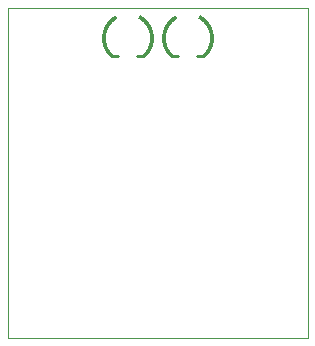
<source format=gbo>
G04 EAGLE Gerber RS-274X export*
G75*
%MOMM*%
%FSLAX34Y34*%
%LPD*%
%INSilk bottom*%
%IPPOS*%
%AMOC8*
5,1,8,0,0,1.08239X$1,22.5*%
G01*
%ADD10C,0.000000*%
%ADD11C,0.025400*%
%ADD12C,0.254000*%


D10*
X0Y0D02*
X0Y279400D01*
X254000Y279400D01*
X254000Y0D01*
X0Y0D01*
D11*
X115438Y237594D02*
X113974Y239350D01*
X113975Y239350D02*
X114322Y239651D01*
X114662Y239960D01*
X114995Y240277D01*
X115320Y240602D01*
X115637Y240934D01*
X115946Y241274D01*
X116247Y241622D01*
X116540Y241976D01*
X116823Y242338D01*
X117098Y242706D01*
X117365Y243081D01*
X117622Y243462D01*
X117870Y243849D01*
X118108Y244241D01*
X118337Y244640D01*
X118557Y245044D01*
X118767Y245452D01*
X118967Y245866D01*
X119157Y246285D01*
X119336Y246708D01*
X119506Y247135D01*
X119665Y247566D01*
X119814Y248001D01*
X119953Y248439D01*
X120081Y248880D01*
X120198Y249325D01*
X120305Y249772D01*
X120401Y250221D01*
X120486Y250673D01*
X120560Y251126D01*
X120624Y251582D01*
X120676Y252038D01*
X120718Y252496D01*
X120748Y252954D01*
X120768Y253414D01*
X120777Y253873D01*
X123062Y253874D01*
X123063Y253873D01*
X123053Y253358D01*
X123032Y252843D01*
X122998Y252329D01*
X122952Y251816D01*
X122893Y251304D01*
X122822Y250794D01*
X122739Y250285D01*
X122644Y249779D01*
X122536Y249275D01*
X122417Y248774D01*
X122286Y248276D01*
X122142Y247781D01*
X121987Y247290D01*
X121820Y246802D01*
X121641Y246319D01*
X121451Y245840D01*
X121250Y245366D01*
X121037Y244897D01*
X120813Y244433D01*
X120578Y243974D01*
X120331Y243522D01*
X120075Y243075D01*
X119807Y242635D01*
X119529Y242201D01*
X119241Y241774D01*
X118942Y241354D01*
X118633Y240942D01*
X118315Y240536D01*
X117987Y240139D01*
X117650Y239750D01*
X117303Y239369D01*
X116947Y238996D01*
X116583Y238632D01*
X116210Y238277D01*
X115828Y237931D01*
X115438Y237594D01*
X115284Y237778D01*
X115670Y238111D01*
X116047Y238453D01*
X116416Y238805D01*
X116776Y239165D01*
X117128Y239533D01*
X117471Y239910D01*
X117804Y240295D01*
X118129Y240688D01*
X118443Y241088D01*
X118748Y241496D01*
X119044Y241911D01*
X119329Y242333D01*
X119604Y242762D01*
X119868Y243198D01*
X120122Y243639D01*
X120365Y244087D01*
X120598Y244540D01*
X120819Y244998D01*
X121030Y245462D01*
X121229Y245931D01*
X121417Y246405D01*
X121594Y246882D01*
X121759Y247364D01*
X121912Y247850D01*
X122054Y248339D01*
X122184Y248832D01*
X122302Y249327D01*
X122408Y249825D01*
X122503Y250326D01*
X122585Y250829D01*
X122655Y251333D01*
X122713Y251839D01*
X122758Y252347D01*
X122792Y252855D01*
X122813Y253364D01*
X122823Y253873D01*
X122583Y253873D01*
X122574Y253370D01*
X122552Y252867D01*
X122519Y252364D01*
X122474Y251863D01*
X122417Y251362D01*
X122347Y250864D01*
X122266Y250367D01*
X122173Y249872D01*
X122068Y249379D01*
X121951Y248890D01*
X121823Y248403D01*
X121683Y247919D01*
X121531Y247439D01*
X121368Y246963D01*
X121193Y246490D01*
X121007Y246022D01*
X120810Y245559D01*
X120602Y245100D01*
X120383Y244647D01*
X120153Y244199D01*
X119913Y243756D01*
X119662Y243320D01*
X119400Y242890D01*
X119128Y242466D01*
X118847Y242048D01*
X118555Y241638D01*
X118253Y241235D01*
X117942Y240839D01*
X117622Y240450D01*
X117292Y240070D01*
X116953Y239697D01*
X116606Y239333D01*
X116249Y238977D01*
X115885Y238630D01*
X115512Y238292D01*
X115131Y237962D01*
X114977Y238147D01*
X115354Y238472D01*
X115722Y238807D01*
X116083Y239150D01*
X116435Y239502D01*
X116778Y239862D01*
X117113Y240230D01*
X117439Y240606D01*
X117756Y240990D01*
X118063Y241381D01*
X118361Y241780D01*
X118650Y242186D01*
X118928Y242598D01*
X119197Y243017D01*
X119455Y243442D01*
X119703Y243874D01*
X119941Y244311D01*
X120168Y244754D01*
X120385Y245202D01*
X120590Y245655D01*
X120785Y246113D01*
X120969Y246576D01*
X121141Y247043D01*
X121303Y247514D01*
X121453Y247988D01*
X121591Y248466D01*
X121718Y248947D01*
X121834Y249431D01*
X121937Y249918D01*
X122030Y250407D01*
X122110Y250899D01*
X122178Y251391D01*
X122235Y251886D01*
X122280Y252382D01*
X122313Y252878D01*
X122334Y253376D01*
X122343Y253873D01*
X122103Y253873D01*
X122094Y253381D01*
X122073Y252890D01*
X122040Y252399D01*
X121996Y251909D01*
X121940Y251421D01*
X121872Y250933D01*
X121793Y250448D01*
X121702Y249965D01*
X121599Y249484D01*
X121485Y249005D01*
X121360Y248530D01*
X121223Y248057D01*
X121075Y247588D01*
X120915Y247123D01*
X120745Y246662D01*
X120563Y246204D01*
X120371Y245752D01*
X120167Y245304D01*
X119954Y244861D01*
X119729Y244423D01*
X119494Y243991D01*
X119249Y243565D01*
X118993Y243145D01*
X118728Y242730D01*
X118453Y242323D01*
X118168Y241922D01*
X117873Y241528D01*
X117569Y241141D01*
X117256Y240762D01*
X116934Y240390D01*
X116603Y240026D01*
X116264Y239670D01*
X115916Y239323D01*
X115560Y238983D01*
X115196Y238653D01*
X114823Y238331D01*
X114670Y238516D01*
X115037Y238833D01*
X115397Y239160D01*
X115749Y239495D01*
X116093Y239839D01*
X116429Y240190D01*
X116755Y240550D01*
X117074Y240917D01*
X117383Y241292D01*
X117683Y241675D01*
X117974Y242064D01*
X118256Y242460D01*
X118528Y242863D01*
X118790Y243272D01*
X119042Y243687D01*
X119285Y244109D01*
X119517Y244536D01*
X119739Y244968D01*
X119950Y245406D01*
X120151Y245848D01*
X120341Y246296D01*
X120521Y246747D01*
X120689Y247203D01*
X120847Y247663D01*
X120993Y248126D01*
X121128Y248593D01*
X121252Y249063D01*
X121365Y249536D01*
X121467Y250011D01*
X121556Y250489D01*
X121635Y250968D01*
X121702Y251450D01*
X121757Y251933D01*
X121801Y252417D01*
X121833Y252902D01*
X121854Y253387D01*
X121863Y253873D01*
X121623Y253873D01*
X121614Y253393D01*
X121593Y252913D01*
X121562Y252434D01*
X121518Y251956D01*
X121464Y251479D01*
X121397Y251003D01*
X121320Y250529D01*
X121231Y250058D01*
X121131Y249588D01*
X121019Y249121D01*
X120897Y248657D01*
X120763Y248195D01*
X120618Y247738D01*
X120463Y247283D01*
X120296Y246833D01*
X120119Y246387D01*
X119931Y245945D01*
X119733Y245507D01*
X119524Y245075D01*
X119305Y244648D01*
X119075Y244226D01*
X118836Y243810D01*
X118587Y243399D01*
X118328Y242995D01*
X118059Y242597D01*
X117781Y242206D01*
X117493Y241821D01*
X117197Y241443D01*
X116891Y241073D01*
X116577Y240710D01*
X116254Y240355D01*
X115922Y240007D01*
X115583Y239668D01*
X115235Y239337D01*
X114879Y239014D01*
X114516Y238700D01*
X114363Y238884D01*
X114721Y239195D01*
X115072Y239513D01*
X115416Y239841D01*
X115751Y240176D01*
X116079Y240519D01*
X116398Y240870D01*
X116708Y241229D01*
X117010Y241595D01*
X117303Y241968D01*
X117587Y242348D01*
X117862Y242734D01*
X118127Y243127D01*
X118383Y243527D01*
X118630Y243932D01*
X118866Y244343D01*
X119093Y244760D01*
X119309Y245182D01*
X119515Y245609D01*
X119711Y246041D01*
X119897Y246478D01*
X120072Y246919D01*
X120237Y247363D01*
X120390Y247812D01*
X120533Y248264D01*
X120665Y248720D01*
X120787Y249179D01*
X120897Y249640D01*
X120996Y250104D01*
X121083Y250570D01*
X121160Y251038D01*
X121225Y251508D01*
X121280Y251979D01*
X121322Y252452D01*
X121354Y252925D01*
X121374Y253399D01*
X121383Y253873D01*
X121143Y253873D01*
X121134Y253405D01*
X121114Y252937D01*
X121083Y252469D01*
X121041Y252003D01*
X120987Y251537D01*
X120923Y251073D01*
X120847Y250611D01*
X120760Y250150D01*
X120662Y249692D01*
X120554Y249236D01*
X120434Y248784D01*
X120303Y248334D01*
X120162Y247887D01*
X120010Y247444D01*
X119848Y247004D01*
X119675Y246569D01*
X119492Y246138D01*
X119298Y245711D01*
X119094Y245289D01*
X118880Y244872D01*
X118657Y244461D01*
X118423Y244055D01*
X118180Y243654D01*
X117927Y243260D01*
X117665Y242871D01*
X117394Y242490D01*
X117113Y242114D01*
X116824Y241746D01*
X116526Y241384D01*
X116219Y241030D01*
X115904Y240684D01*
X115581Y240344D01*
X115249Y240013D01*
X114910Y239690D01*
X114563Y239375D01*
X114209Y239069D01*
X114055Y239253D01*
X114405Y239556D01*
X114748Y239867D01*
X115083Y240186D01*
X115410Y240513D01*
X115729Y240848D01*
X116040Y241190D01*
X116343Y241540D01*
X116637Y241897D01*
X116923Y242261D01*
X117200Y242631D01*
X117468Y243009D01*
X117727Y243392D01*
X117977Y243782D01*
X118217Y244177D01*
X118447Y244578D01*
X118668Y244985D01*
X118879Y245396D01*
X119081Y245813D01*
X119272Y246234D01*
X119453Y246660D01*
X119624Y247090D01*
X119784Y247524D01*
X119934Y247962D01*
X120074Y248403D01*
X120202Y248847D01*
X120321Y249294D01*
X120428Y249744D01*
X120525Y250197D01*
X120610Y250651D01*
X120685Y251108D01*
X120749Y251566D01*
X120802Y252026D01*
X120844Y252487D01*
X120874Y252948D01*
X120894Y253411D01*
X120903Y253873D01*
X123062Y254126D02*
X120776Y254126D01*
X120777Y254127D02*
X120768Y254592D01*
X120748Y255057D01*
X120717Y255521D01*
X120674Y255984D01*
X120620Y256446D01*
X120555Y256907D01*
X120479Y257366D01*
X120392Y257823D01*
X120294Y258278D01*
X120184Y258730D01*
X120064Y259180D01*
X119933Y259626D01*
X119791Y260069D01*
X119638Y260509D01*
X119475Y260944D01*
X119301Y261376D01*
X119117Y261803D01*
X118923Y262226D01*
X118718Y262644D01*
X118503Y263057D01*
X118278Y263464D01*
X118044Y263866D01*
X117800Y264262D01*
X117546Y264652D01*
X117283Y265036D01*
X117010Y265413D01*
X116729Y265783D01*
X116439Y266147D01*
X116140Y266503D01*
X115832Y266852D01*
X115516Y267194D01*
X115192Y267528D01*
X114859Y267853D01*
X114519Y268171D01*
X114172Y268480D01*
X113817Y268781D01*
X113455Y269073D01*
X113085Y269356D01*
X112709Y269630D01*
X112327Y269895D01*
X111938Y270151D01*
X111543Y270397D01*
X111142Y270633D01*
X110736Y270860D01*
X111811Y272877D01*
X111812Y272877D01*
X112267Y272623D01*
X112717Y272359D01*
X113159Y272083D01*
X113595Y271797D01*
X114024Y271500D01*
X114446Y271194D01*
X114860Y270876D01*
X115266Y270549D01*
X115664Y270212D01*
X116053Y269866D01*
X116435Y269510D01*
X116807Y269145D01*
X117170Y268771D01*
X117525Y268389D01*
X117870Y267998D01*
X118205Y267598D01*
X118530Y267191D01*
X118846Y266776D01*
X119151Y266353D01*
X119446Y265923D01*
X119730Y265486D01*
X120004Y265042D01*
X120267Y264592D01*
X120519Y264135D01*
X120759Y263673D01*
X120989Y263204D01*
X121207Y262731D01*
X121413Y262252D01*
X121608Y261768D01*
X121790Y261280D01*
X121961Y260787D01*
X122120Y260290D01*
X122267Y259790D01*
X122402Y259286D01*
X122524Y258779D01*
X122634Y258270D01*
X122731Y257757D01*
X122816Y257243D01*
X122889Y256726D01*
X122949Y256209D01*
X122996Y255689D01*
X123031Y255169D01*
X123053Y254648D01*
X123063Y254127D01*
X122823Y254127D01*
X122813Y254642D01*
X122791Y255157D01*
X122757Y255672D01*
X122710Y256185D01*
X122651Y256697D01*
X122579Y257208D01*
X122495Y257716D01*
X122398Y258223D01*
X122290Y258727D01*
X122169Y259228D01*
X122036Y259726D01*
X121891Y260221D01*
X121733Y260712D01*
X121564Y261199D01*
X121384Y261681D01*
X121191Y262160D01*
X120987Y262633D01*
X120772Y263102D01*
X120545Y263565D01*
X120307Y264022D01*
X120058Y264473D01*
X119798Y264919D01*
X119528Y265357D01*
X119247Y265790D01*
X118955Y266215D01*
X118653Y266633D01*
X118341Y267043D01*
X118019Y267446D01*
X117688Y267841D01*
X117347Y268227D01*
X116997Y268606D01*
X116637Y268975D01*
X116269Y269336D01*
X115892Y269688D01*
X115507Y270031D01*
X115113Y270364D01*
X114712Y270687D01*
X114303Y271001D01*
X113886Y271304D01*
X113462Y271597D01*
X113031Y271880D01*
X112593Y272153D01*
X112149Y272414D01*
X111699Y272665D01*
X111586Y272454D01*
X112031Y272206D01*
X112470Y271947D01*
X112903Y271678D01*
X113329Y271398D01*
X113748Y271108D01*
X114160Y270808D01*
X114564Y270498D01*
X114961Y270178D01*
X115350Y269849D01*
X115731Y269510D01*
X116104Y269162D01*
X116468Y268806D01*
X116823Y268440D01*
X117169Y268066D01*
X117506Y267684D01*
X117834Y267294D01*
X118152Y266895D01*
X118460Y266490D01*
X118759Y266076D01*
X119047Y265656D01*
X119325Y265229D01*
X119593Y264795D01*
X119849Y264355D01*
X120096Y263909D01*
X120331Y263457D01*
X120555Y262999D01*
X120768Y262536D01*
X120970Y262068D01*
X121160Y261595D01*
X121339Y261118D01*
X121506Y260636D01*
X121661Y260151D01*
X121804Y259662D01*
X121936Y259169D01*
X122056Y258674D01*
X122163Y258176D01*
X122258Y257675D01*
X122342Y257172D01*
X122413Y256668D01*
X122471Y256161D01*
X122518Y255654D01*
X122552Y255145D01*
X122573Y254636D01*
X122583Y254127D01*
X122343Y254127D01*
X122333Y254630D01*
X122312Y255134D01*
X122278Y255636D01*
X122232Y256138D01*
X122174Y256638D01*
X122104Y257137D01*
X122022Y257634D01*
X121928Y258129D01*
X121821Y258621D01*
X121703Y259111D01*
X121573Y259598D01*
X121431Y260081D01*
X121278Y260561D01*
X121113Y261037D01*
X120936Y261509D01*
X120748Y261976D01*
X120549Y262438D01*
X120338Y262896D01*
X120116Y263349D01*
X119884Y263795D01*
X119641Y264237D01*
X119387Y264672D01*
X119122Y265100D01*
X118848Y265523D01*
X118563Y265938D01*
X118268Y266346D01*
X117963Y266748D01*
X117649Y267141D01*
X117325Y267527D01*
X116992Y267905D01*
X116649Y268275D01*
X116298Y268636D01*
X115938Y268988D01*
X115570Y269332D01*
X115194Y269667D01*
X114809Y269992D01*
X114417Y270308D01*
X114017Y270615D01*
X113610Y270911D01*
X113196Y271198D01*
X112775Y271475D01*
X112347Y271741D01*
X111913Y271997D01*
X111473Y272242D01*
X111360Y272030D01*
X111795Y271788D01*
X112224Y271535D01*
X112646Y271272D01*
X113063Y270998D01*
X113472Y270715D01*
X113874Y270422D01*
X114269Y270119D01*
X114657Y269807D01*
X115037Y269485D01*
X115409Y269154D01*
X115773Y268814D01*
X116129Y268466D01*
X116476Y268109D01*
X116814Y267744D01*
X117143Y267370D01*
X117463Y266989D01*
X117774Y266600D01*
X118075Y266203D01*
X118366Y265800D01*
X118648Y265389D01*
X118920Y264972D01*
X119181Y264548D01*
X119432Y264118D01*
X119672Y263682D01*
X119902Y263241D01*
X120121Y262793D01*
X120329Y262341D01*
X120526Y261884D01*
X120712Y261422D01*
X120887Y260956D01*
X121050Y260486D01*
X121202Y260011D01*
X121342Y259534D01*
X121470Y259053D01*
X121587Y258569D01*
X121692Y258082D01*
X121786Y257593D01*
X121867Y257102D01*
X121936Y256609D01*
X121994Y256114D01*
X122039Y255619D01*
X122072Y255122D01*
X122093Y254624D01*
X122103Y254127D01*
X121863Y254127D01*
X121854Y254618D01*
X121833Y255110D01*
X121800Y255601D01*
X121755Y256091D01*
X121698Y256579D01*
X121629Y257067D01*
X121549Y257552D01*
X121457Y258035D01*
X121353Y258516D01*
X121238Y258994D01*
X121111Y259470D01*
X120972Y259942D01*
X120822Y260410D01*
X120661Y260875D01*
X120488Y261336D01*
X120304Y261792D01*
X120110Y262244D01*
X119904Y262691D01*
X119688Y263133D01*
X119461Y263569D01*
X119223Y264000D01*
X118975Y264425D01*
X118717Y264843D01*
X118449Y265256D01*
X118170Y265661D01*
X117882Y266060D01*
X117585Y266452D01*
X117278Y266836D01*
X116961Y267213D01*
X116636Y267582D01*
X116302Y267943D01*
X115959Y268296D01*
X115608Y268641D01*
X115248Y268976D01*
X114880Y269303D01*
X114505Y269621D01*
X114122Y269930D01*
X113732Y270229D01*
X113334Y270519D01*
X112929Y270799D01*
X112518Y271069D01*
X112101Y271329D01*
X111677Y271579D01*
X111247Y271818D01*
X111134Y271606D01*
X111559Y271370D01*
X111977Y271123D01*
X112390Y270866D01*
X112796Y270599D01*
X113196Y270322D01*
X113589Y270036D01*
X113974Y269740D01*
X114353Y269435D01*
X114724Y269121D01*
X115087Y268798D01*
X115442Y268467D01*
X115789Y268126D01*
X116128Y267778D01*
X116458Y267421D01*
X116780Y267056D01*
X117092Y266684D01*
X117396Y266304D01*
X117690Y265917D01*
X117974Y265523D01*
X118249Y265122D01*
X118514Y264715D01*
X118769Y264301D01*
X119014Y263881D01*
X119249Y263456D01*
X119473Y263025D01*
X119687Y262588D01*
X119890Y262146D01*
X120083Y261700D01*
X120264Y261249D01*
X120435Y260794D01*
X120594Y260335D01*
X120742Y259872D01*
X120879Y259406D01*
X121005Y258936D01*
X121119Y258463D01*
X121222Y257988D01*
X121313Y257511D01*
X121392Y257031D01*
X121460Y256550D01*
X121516Y256067D01*
X121560Y255583D01*
X121593Y255098D01*
X121614Y254613D01*
X121623Y254127D01*
X121383Y254127D01*
X121374Y254607D01*
X121353Y255086D01*
X121321Y255565D01*
X121277Y256044D01*
X121222Y256521D01*
X121155Y256996D01*
X121076Y257470D01*
X120986Y257941D01*
X120885Y258411D01*
X120772Y258878D01*
X120648Y259341D01*
X120513Y259802D01*
X120366Y260259D01*
X120209Y260713D01*
X120040Y261163D01*
X119861Y261608D01*
X119671Y262049D01*
X119470Y262485D01*
X119259Y262917D01*
X119037Y263343D01*
X118806Y263763D01*
X118564Y264178D01*
X118311Y264586D01*
X118050Y264989D01*
X117778Y265385D01*
X117497Y265774D01*
X117206Y266157D01*
X116907Y266532D01*
X116598Y266900D01*
X116281Y267260D01*
X115954Y267612D01*
X115620Y267956D01*
X115277Y268293D01*
X114926Y268620D01*
X114567Y268939D01*
X114201Y269250D01*
X113827Y269551D01*
X113446Y269843D01*
X113058Y270126D01*
X112663Y270399D01*
X112262Y270663D01*
X111854Y270917D01*
X111441Y271161D01*
X111021Y271395D01*
X110908Y271183D01*
X111322Y270952D01*
X111731Y270711D01*
X112134Y270460D01*
X112530Y270200D01*
X112920Y269930D01*
X113303Y269650D01*
X113679Y269362D01*
X114049Y269064D01*
X114411Y268758D01*
X114765Y268442D01*
X115112Y268119D01*
X115450Y267787D01*
X115781Y267446D01*
X116103Y267098D01*
X116417Y266743D01*
X116721Y266379D01*
X117017Y266009D01*
X117304Y265631D01*
X117582Y265247D01*
X117850Y264855D01*
X118109Y264458D01*
X118358Y264054D01*
X118597Y263645D01*
X118826Y263229D01*
X119045Y262809D01*
X119253Y262383D01*
X119452Y261952D01*
X119639Y261516D01*
X119817Y261076D01*
X119983Y260632D01*
X120138Y260184D01*
X120283Y259732D01*
X120417Y259277D01*
X120539Y258819D01*
X120651Y258358D01*
X120751Y257895D01*
X120840Y257429D01*
X120917Y256961D01*
X120983Y256491D01*
X121038Y256020D01*
X121082Y255548D01*
X121113Y255075D01*
X121134Y254601D01*
X121143Y254127D01*
X120903Y254127D01*
X120894Y254595D01*
X120874Y255063D01*
X120842Y255530D01*
X120799Y255997D01*
X120745Y256462D01*
X120680Y256926D01*
X120603Y257388D01*
X120515Y257848D01*
X120416Y258306D01*
X120306Y258761D01*
X120185Y259213D01*
X120053Y259663D01*
X119911Y260109D01*
X119757Y260551D01*
X119593Y260990D01*
X119418Y261424D01*
X119232Y261854D01*
X119037Y262280D01*
X118830Y262701D01*
X118614Y263116D01*
X118388Y263526D01*
X118152Y263931D01*
X117906Y264329D01*
X117651Y264722D01*
X117386Y265108D01*
X117112Y265488D01*
X116828Y265861D01*
X116536Y266227D01*
X116235Y266586D01*
X115925Y266937D01*
X115607Y267281D01*
X115281Y267617D01*
X114946Y267945D01*
X114604Y268264D01*
X114254Y268576D01*
X113897Y268879D01*
X113532Y269172D01*
X113160Y269458D01*
X112782Y269733D01*
X112397Y270000D01*
X112005Y270257D01*
X111608Y270505D01*
X111204Y270743D01*
X110795Y270971D01*
X80138Y253874D02*
X82424Y253874D01*
X82423Y253873D02*
X82432Y253405D01*
X82453Y252937D01*
X82484Y252469D01*
X82527Y252002D01*
X82582Y251537D01*
X82648Y251073D01*
X82725Y250611D01*
X82813Y250151D01*
X82913Y249693D01*
X83024Y249237D01*
X83146Y248785D01*
X83279Y248336D01*
X83423Y247890D01*
X83577Y247447D01*
X83743Y247009D01*
X83919Y246575D01*
X84106Y246145D01*
X84303Y245720D01*
X84510Y245300D01*
X84728Y244885D01*
X84956Y244475D01*
X85193Y244071D01*
X85441Y243673D01*
X85698Y243282D01*
X85965Y242896D01*
X86241Y242517D01*
X86526Y242146D01*
X86820Y241781D01*
X87123Y241423D01*
X87435Y241073D01*
X87755Y240731D01*
X88083Y240397D01*
X88419Y240071D01*
X88764Y239753D01*
X89116Y239443D01*
X87639Y237699D01*
X87639Y237698D01*
X87244Y238045D01*
X86858Y238401D01*
X86481Y238766D01*
X86112Y239141D01*
X85753Y239524D01*
X85404Y239917D01*
X85064Y240317D01*
X84734Y240726D01*
X84414Y241143D01*
X84105Y241567D01*
X83806Y241999D01*
X83517Y242438D01*
X83240Y242884D01*
X82973Y243337D01*
X82718Y243796D01*
X82474Y244261D01*
X82241Y244732D01*
X82020Y245209D01*
X81811Y245691D01*
X81613Y246178D01*
X81428Y246669D01*
X81254Y247165D01*
X81093Y247665D01*
X80944Y248169D01*
X80808Y248676D01*
X80684Y249187D01*
X80572Y249700D01*
X80473Y250216D01*
X80387Y250734D01*
X80313Y251254D01*
X80253Y251776D01*
X80205Y252299D01*
X80169Y252823D01*
X80147Y253348D01*
X80137Y253873D01*
X80377Y253873D01*
X80387Y253354D01*
X80409Y252835D01*
X80444Y252317D01*
X80491Y251800D01*
X80552Y251284D01*
X80624Y250770D01*
X80710Y250257D01*
X80807Y249747D01*
X80918Y249240D01*
X81040Y248735D01*
X81175Y248233D01*
X81323Y247735D01*
X81482Y247241D01*
X81653Y246751D01*
X81837Y246265D01*
X82032Y245784D01*
X82239Y245307D01*
X82457Y244836D01*
X82687Y244370D01*
X82929Y243910D01*
X83181Y243457D01*
X83445Y243009D01*
X83719Y242568D01*
X84004Y242134D01*
X84300Y241707D01*
X84606Y241287D01*
X84922Y240875D01*
X85248Y240471D01*
X85584Y240075D01*
X85930Y239687D01*
X86285Y239308D01*
X86649Y238938D01*
X87022Y238576D01*
X87404Y238224D01*
X87794Y237881D01*
X87949Y238065D01*
X87563Y238403D01*
X87186Y238751D01*
X86817Y239109D01*
X86457Y239475D01*
X86106Y239850D01*
X85765Y240233D01*
X85433Y240625D01*
X85110Y241024D01*
X84798Y241431D01*
X84495Y241846D01*
X84203Y242268D01*
X83921Y242698D01*
X83650Y243134D01*
X83389Y243576D01*
X83140Y244025D01*
X82901Y244479D01*
X82674Y244940D01*
X82458Y245405D01*
X82253Y245876D01*
X82060Y246352D01*
X81879Y246833D01*
X81710Y247317D01*
X81552Y247806D01*
X81407Y248298D01*
X81273Y248794D01*
X81152Y249293D01*
X81043Y249795D01*
X80946Y250299D01*
X80862Y250805D01*
X80790Y251314D01*
X80730Y251824D01*
X80683Y252335D01*
X80649Y252847D01*
X80627Y253360D01*
X80617Y253873D01*
X80857Y253873D01*
X80867Y253366D01*
X80888Y252859D01*
X80923Y252353D01*
X80969Y251847D01*
X81028Y251343D01*
X81099Y250841D01*
X81182Y250340D01*
X81278Y249842D01*
X81386Y249346D01*
X81506Y248853D01*
X81638Y248363D01*
X81782Y247876D01*
X81937Y247393D01*
X82105Y246914D01*
X82284Y246439D01*
X82475Y245969D01*
X82677Y245504D01*
X82890Y245043D01*
X83115Y244588D01*
X83351Y244139D01*
X83598Y243695D01*
X83855Y243258D01*
X84123Y242827D01*
X84402Y242403D01*
X84690Y241986D01*
X84989Y241576D01*
X85298Y241173D01*
X85617Y240778D01*
X85945Y240391D01*
X86283Y240012D01*
X86630Y239642D01*
X86985Y239280D01*
X87350Y238927D01*
X87723Y238583D01*
X88104Y238248D01*
X88259Y238431D01*
X87882Y238762D01*
X87514Y239102D01*
X87154Y239451D01*
X86802Y239809D01*
X86459Y240175D01*
X86126Y240549D01*
X85801Y240932D01*
X85486Y241322D01*
X85181Y241720D01*
X84886Y242125D01*
X84600Y242538D01*
X84325Y242957D01*
X84060Y243383D01*
X83806Y243815D01*
X83562Y244253D01*
X83329Y244697D01*
X83107Y245147D01*
X82896Y245602D01*
X82696Y246062D01*
X82508Y246527D01*
X82330Y246996D01*
X82165Y247469D01*
X82011Y247947D01*
X81869Y248428D01*
X81738Y248912D01*
X81620Y249399D01*
X81513Y249889D01*
X81419Y250382D01*
X81336Y250876D01*
X81266Y251373D01*
X81208Y251871D01*
X81162Y252371D01*
X81128Y252871D01*
X81107Y253372D01*
X81097Y253873D01*
X81337Y253873D01*
X81347Y253378D01*
X81368Y252883D01*
X81401Y252388D01*
X81447Y251895D01*
X81504Y251403D01*
X81574Y250912D01*
X81655Y250423D01*
X81749Y249937D01*
X81854Y249452D01*
X81971Y248971D01*
X82100Y248492D01*
X82240Y248017D01*
X82393Y247545D01*
X82556Y247078D01*
X82731Y246614D01*
X82917Y246155D01*
X83115Y245700D01*
X83323Y245251D01*
X83543Y244806D01*
X83773Y244368D01*
X84014Y243934D01*
X84265Y243507D01*
X84527Y243087D01*
X84799Y242672D01*
X85081Y242265D01*
X85373Y241864D01*
X85675Y241471D01*
X85986Y241086D01*
X86306Y240708D01*
X86636Y240338D01*
X86974Y239976D01*
X87322Y239622D01*
X87678Y239277D01*
X88042Y238941D01*
X88414Y238614D01*
X88569Y238797D01*
X88201Y239121D01*
X87842Y239453D01*
X87490Y239793D01*
X87147Y240143D01*
X86812Y240500D01*
X86487Y240866D01*
X86170Y241239D01*
X85863Y241620D01*
X85565Y242009D01*
X85276Y242404D01*
X84998Y242807D01*
X84729Y243216D01*
X84470Y243632D01*
X84222Y244054D01*
X83984Y244482D01*
X83757Y244915D01*
X83540Y245354D01*
X83334Y245799D01*
X83139Y246248D01*
X82955Y246701D01*
X82782Y247159D01*
X82620Y247621D01*
X82470Y248087D01*
X82331Y248557D01*
X82204Y249030D01*
X82088Y249505D01*
X81984Y249984D01*
X81892Y250465D01*
X81811Y250948D01*
X81742Y251432D01*
X81685Y251919D01*
X81641Y252406D01*
X81608Y252895D01*
X81586Y253384D01*
X81577Y253873D01*
X81817Y253873D01*
X81826Y253390D01*
X81847Y252907D01*
X81880Y252424D01*
X81924Y251942D01*
X81980Y251462D01*
X82048Y250983D01*
X82128Y250506D01*
X82219Y250031D01*
X82322Y249559D01*
X82436Y249089D01*
X82562Y248622D01*
X82699Y248158D01*
X82848Y247698D01*
X83007Y247241D01*
X83178Y246789D01*
X83360Y246340D01*
X83553Y245897D01*
X83756Y245458D01*
X83970Y245024D01*
X84195Y244596D01*
X84430Y244173D01*
X84675Y243757D01*
X84931Y243346D01*
X85196Y242942D01*
X85472Y242544D01*
X85756Y242153D01*
X86051Y241769D01*
X86354Y241393D01*
X86667Y241024D01*
X86989Y240663D01*
X87319Y240310D01*
X87658Y239965D01*
X88005Y239628D01*
X88361Y239300D01*
X88724Y238981D01*
X88879Y239164D01*
X88520Y239479D01*
X88169Y239803D01*
X87826Y240136D01*
X87492Y240477D01*
X87165Y240825D01*
X86848Y241182D01*
X86539Y241547D01*
X86239Y241918D01*
X85948Y242297D01*
X85667Y242683D01*
X85395Y243076D01*
X85133Y243476D01*
X84881Y243881D01*
X84638Y244293D01*
X84406Y244710D01*
X84184Y245133D01*
X83973Y245562D01*
X83772Y245995D01*
X83581Y246433D01*
X83402Y246876D01*
X83233Y247323D01*
X83075Y247774D01*
X82929Y248228D01*
X82793Y248686D01*
X82669Y249148D01*
X82556Y249612D01*
X82454Y250079D01*
X82364Y250548D01*
X82286Y251019D01*
X82219Y251492D01*
X82163Y251966D01*
X82119Y252442D01*
X82087Y252919D01*
X82066Y253396D01*
X82057Y253873D01*
X82297Y253873D01*
X82306Y253402D01*
X82327Y252930D01*
X82359Y252460D01*
X82402Y251990D01*
X82457Y251521D01*
X82523Y251054D01*
X82601Y250589D01*
X82690Y250126D01*
X82790Y249665D01*
X82902Y249207D01*
X83024Y248751D01*
X83158Y248299D01*
X83303Y247850D01*
X83459Y247404D01*
X83625Y246963D01*
X83803Y246526D01*
X83991Y246093D01*
X84189Y245665D01*
X84398Y245242D01*
X84617Y244825D01*
X84846Y244412D01*
X85086Y244006D01*
X85335Y243605D01*
X85594Y243211D01*
X85862Y242823D01*
X86140Y242442D01*
X86427Y242067D01*
X86723Y241700D01*
X87028Y241340D01*
X87342Y240988D01*
X87664Y240643D01*
X87995Y240307D01*
X88333Y239979D01*
X88680Y239659D01*
X89034Y239347D01*
X90841Y272572D02*
X91976Y270587D01*
X91975Y270588D02*
X91577Y270350D01*
X91185Y270104D01*
X90800Y269847D01*
X90420Y269582D01*
X90047Y269308D01*
X89681Y269024D01*
X89322Y268732D01*
X88970Y268431D01*
X88625Y268122D01*
X88288Y267805D01*
X87958Y267479D01*
X87637Y267146D01*
X87323Y266805D01*
X87018Y266456D01*
X86722Y266101D01*
X86434Y265738D01*
X86155Y265368D01*
X85885Y264992D01*
X85624Y264609D01*
X85373Y264220D01*
X85131Y263826D01*
X84898Y263425D01*
X84676Y263019D01*
X84463Y262608D01*
X84260Y262191D01*
X84067Y261770D01*
X83885Y261345D01*
X83713Y260915D01*
X83551Y260481D01*
X83400Y260043D01*
X83259Y259602D01*
X83129Y259157D01*
X83010Y258710D01*
X82902Y258260D01*
X82804Y257807D01*
X82718Y257352D01*
X82643Y256895D01*
X82578Y256436D01*
X82525Y255976D01*
X82483Y255515D01*
X82452Y255053D01*
X82432Y254590D01*
X82423Y254127D01*
X80138Y254127D01*
X80137Y254127D01*
X80147Y254646D01*
X80169Y255165D01*
X80203Y255683D01*
X80250Y256200D01*
X80309Y256715D01*
X80381Y257229D01*
X80465Y257741D01*
X80562Y258251D01*
X80671Y258759D01*
X80792Y259263D01*
X80925Y259765D01*
X81071Y260263D01*
X81228Y260758D01*
X81398Y261248D01*
X81579Y261735D01*
X81772Y262217D01*
X81976Y262694D01*
X82192Y263165D01*
X82419Y263632D01*
X82658Y264093D01*
X82907Y264548D01*
X83168Y264997D01*
X83439Y265439D01*
X83721Y265875D01*
X84013Y266304D01*
X84316Y266726D01*
X84629Y267140D01*
X84951Y267546D01*
X85284Y267945D01*
X85626Y268336D01*
X85977Y268718D01*
X86337Y269091D01*
X86707Y269456D01*
X87085Y269811D01*
X87471Y270158D01*
X87866Y270495D01*
X88269Y270822D01*
X88679Y271139D01*
X89098Y271447D01*
X89523Y271744D01*
X89956Y272031D01*
X90395Y272307D01*
X90841Y272572D01*
X90960Y272364D01*
X90519Y272102D01*
X90085Y271828D01*
X89657Y271545D01*
X89236Y271251D01*
X88823Y270947D01*
X88417Y270633D01*
X88019Y270309D01*
X87628Y269976D01*
X87246Y269634D01*
X86873Y269282D01*
X86507Y268922D01*
X86151Y268553D01*
X85804Y268175D01*
X85466Y267789D01*
X85137Y267395D01*
X84818Y266993D01*
X84509Y266583D01*
X84210Y266166D01*
X83921Y265742D01*
X83642Y265311D01*
X83374Y264874D01*
X83116Y264430D01*
X82870Y263980D01*
X82634Y263525D01*
X82409Y263063D01*
X82196Y262597D01*
X81993Y262125D01*
X81803Y261649D01*
X81624Y261168D01*
X81456Y260683D01*
X81301Y260194D01*
X81157Y259701D01*
X81025Y259205D01*
X80905Y258706D01*
X80797Y258205D01*
X80702Y257700D01*
X80619Y257194D01*
X80548Y256686D01*
X80489Y256176D01*
X80442Y255665D01*
X80408Y255153D01*
X80387Y254640D01*
X80377Y254127D01*
X80617Y254127D01*
X80627Y254635D01*
X80648Y255141D01*
X80682Y255648D01*
X80728Y256153D01*
X80786Y256657D01*
X80856Y257159D01*
X80938Y257660D01*
X81033Y258158D01*
X81139Y258654D01*
X81258Y259147D01*
X81388Y259637D01*
X81530Y260124D01*
X81684Y260608D01*
X81850Y261087D01*
X82027Y261563D01*
X82215Y262033D01*
X82415Y262500D01*
X82626Y262961D01*
X82848Y263417D01*
X83081Y263868D01*
X83325Y264312D01*
X83580Y264751D01*
X83845Y265184D01*
X84121Y265609D01*
X84406Y266029D01*
X84702Y266441D01*
X85008Y266846D01*
X85323Y267243D01*
X85648Y267632D01*
X85982Y268014D01*
X86325Y268388D01*
X86678Y268753D01*
X87039Y269109D01*
X87408Y269457D01*
X87786Y269795D01*
X88172Y270124D01*
X88565Y270444D01*
X88967Y270755D01*
X89375Y271055D01*
X89791Y271346D01*
X90214Y271626D01*
X90643Y271896D01*
X91079Y272156D01*
X91198Y271947D01*
X90767Y271691D01*
X90343Y271424D01*
X89925Y271147D01*
X89514Y270859D01*
X89110Y270562D01*
X88714Y270256D01*
X88324Y269939D01*
X87943Y269614D01*
X87570Y269279D01*
X87205Y268936D01*
X86848Y268583D01*
X86500Y268223D01*
X86160Y267853D01*
X85830Y267476D01*
X85509Y267091D01*
X85197Y266698D01*
X84895Y266298D01*
X84603Y265891D01*
X84320Y265477D01*
X84048Y265056D01*
X83786Y264628D01*
X83534Y264194D01*
X83293Y263755D01*
X83063Y263309D01*
X82843Y262859D01*
X82635Y262403D01*
X82437Y261942D01*
X82251Y261476D01*
X82076Y261007D01*
X81912Y260533D01*
X81760Y260055D01*
X81620Y259574D01*
X81491Y259089D01*
X81374Y258601D01*
X81268Y258111D01*
X81175Y257619D01*
X81093Y257124D01*
X81024Y256627D01*
X80966Y256129D01*
X80921Y255630D01*
X80888Y255130D01*
X80867Y254629D01*
X80857Y254127D01*
X81097Y254127D01*
X81106Y254623D01*
X81127Y255118D01*
X81160Y255612D01*
X81205Y256106D01*
X81262Y256598D01*
X81331Y257089D01*
X81411Y257578D01*
X81504Y258065D01*
X81608Y258549D01*
X81724Y259031D01*
X81851Y259510D01*
X81990Y259985D01*
X82140Y260458D01*
X82302Y260926D01*
X82475Y261390D01*
X82659Y261850D01*
X82854Y262306D01*
X83060Y262756D01*
X83277Y263202D01*
X83505Y263642D01*
X83743Y264076D01*
X83992Y264505D01*
X84251Y264928D01*
X84520Y265344D01*
X84799Y265753D01*
X85088Y266156D01*
X85387Y266551D01*
X85695Y266939D01*
X86012Y267320D01*
X86339Y267693D01*
X86674Y268057D01*
X87018Y268414D01*
X87371Y268762D01*
X87731Y269102D01*
X88100Y269433D01*
X88477Y269754D01*
X88862Y270067D01*
X89254Y270370D01*
X89653Y270664D01*
X90059Y270947D01*
X90472Y271221D01*
X90891Y271485D01*
X91317Y271739D01*
X91436Y271531D01*
X91016Y271280D01*
X90601Y271019D01*
X90193Y270748D01*
X89792Y270468D01*
X89397Y270178D01*
X89010Y269878D01*
X88630Y269569D01*
X88258Y269251D01*
X87893Y268925D01*
X87537Y268589D01*
X87188Y268245D01*
X86848Y267892D01*
X86517Y267532D01*
X86194Y267164D01*
X85881Y266787D01*
X85576Y266404D01*
X85281Y266013D01*
X84996Y265615D01*
X84720Y265211D01*
X84454Y264800D01*
X84198Y264382D01*
X83952Y263959D01*
X83717Y263529D01*
X83492Y263094D01*
X83278Y262654D01*
X83074Y262209D01*
X82881Y261759D01*
X82699Y261304D01*
X82528Y260845D01*
X82368Y260383D01*
X82220Y259916D01*
X82082Y259446D01*
X81956Y258973D01*
X81842Y258497D01*
X81739Y258018D01*
X81648Y257537D01*
X81568Y257054D01*
X81500Y256569D01*
X81444Y256082D01*
X81400Y255595D01*
X81367Y255106D01*
X81346Y254617D01*
X81337Y254127D01*
X81577Y254127D01*
X81586Y254611D01*
X81607Y255094D01*
X81639Y255577D01*
X81683Y256059D01*
X81739Y256540D01*
X81806Y257019D01*
X81884Y257496D01*
X81975Y257971D01*
X82076Y258444D01*
X82189Y258915D01*
X82314Y259382D01*
X82449Y259847D01*
X82596Y260308D01*
X82754Y260765D01*
X82923Y261218D01*
X83103Y261667D01*
X83293Y262112D01*
X83495Y262552D01*
X83707Y262987D01*
X83929Y263416D01*
X84161Y263841D01*
X84404Y264259D01*
X84657Y264672D01*
X84920Y265078D01*
X85192Y265478D01*
X85474Y265871D01*
X85766Y266257D01*
X86067Y266636D01*
X86376Y267007D01*
X86695Y267371D01*
X87022Y267727D01*
X87358Y268076D01*
X87703Y268416D01*
X88055Y268747D01*
X88415Y269070D01*
X88783Y269384D01*
X89158Y269689D01*
X89541Y269985D01*
X89931Y270272D01*
X90327Y270549D01*
X90730Y270817D01*
X91140Y271074D01*
X91555Y271322D01*
X91674Y271114D01*
X91264Y270869D01*
X90859Y270614D01*
X90461Y270350D01*
X90070Y270076D01*
X89685Y269793D01*
X89307Y269501D01*
X88936Y269199D01*
X88572Y268889D01*
X88217Y268570D01*
X87869Y268242D01*
X87529Y267906D01*
X87197Y267562D01*
X86873Y267211D01*
X86559Y266851D01*
X86253Y266484D01*
X85955Y266109D01*
X85668Y265728D01*
X85389Y265340D01*
X85120Y264945D01*
X84860Y264544D01*
X84610Y264136D01*
X84371Y263723D01*
X84141Y263304D01*
X83921Y262879D01*
X83712Y262450D01*
X83513Y262015D01*
X83325Y261576D01*
X83147Y261132D01*
X82980Y260684D01*
X82824Y260233D01*
X82679Y259777D01*
X82545Y259318D01*
X82422Y258857D01*
X82310Y258392D01*
X82210Y257925D01*
X82121Y257455D01*
X82043Y256984D01*
X81977Y256510D01*
X81922Y256036D01*
X81878Y255560D01*
X81847Y255083D01*
X81826Y254605D01*
X81817Y254127D01*
X82057Y254127D01*
X82066Y254599D01*
X82086Y255071D01*
X82118Y255542D01*
X82161Y256012D01*
X82215Y256481D01*
X82281Y256949D01*
X82357Y257414D01*
X82445Y257878D01*
X82545Y258340D01*
X82655Y258798D01*
X82776Y259255D01*
X82909Y259708D01*
X83052Y260158D01*
X83206Y260604D01*
X83371Y261046D01*
X83546Y261484D01*
X83732Y261918D01*
X83929Y262347D01*
X84136Y262772D01*
X84353Y263191D01*
X84580Y263605D01*
X84816Y264013D01*
X85063Y264416D01*
X85320Y264812D01*
X85585Y265202D01*
X85861Y265586D01*
X86145Y265962D01*
X86438Y266332D01*
X86741Y266695D01*
X87052Y267050D01*
X87371Y267397D01*
X87699Y267737D01*
X88035Y268069D01*
X88378Y268392D01*
X88730Y268708D01*
X89089Y269014D01*
X89455Y269312D01*
X89828Y269601D01*
X90208Y269881D01*
X90595Y270151D01*
X90989Y270412D01*
X91388Y270664D01*
X91793Y270905D01*
X91913Y270697D01*
X91512Y270458D01*
X91118Y270210D01*
X90729Y269952D01*
X90347Y269685D01*
X89972Y269409D01*
X89603Y269123D01*
X89241Y268829D01*
X88887Y268526D01*
X88540Y268215D01*
X88201Y267896D01*
X87869Y267568D01*
X87545Y267232D01*
X87230Y266889D01*
X86923Y266538D01*
X86624Y266180D01*
X86335Y265815D01*
X86054Y265443D01*
X85782Y265064D01*
X85519Y264679D01*
X85266Y264288D01*
X85023Y263890D01*
X84789Y263487D01*
X84564Y263078D01*
X84350Y262664D01*
X84146Y262245D01*
X83952Y261821D01*
X83768Y261393D01*
X83595Y260960D01*
X83432Y260523D01*
X83280Y260083D01*
X83139Y259638D01*
X83008Y259191D01*
X82888Y258740D01*
X82779Y258287D01*
X82681Y257831D01*
X82594Y257373D01*
X82518Y256913D01*
X82453Y256452D01*
X82400Y255989D01*
X82357Y255524D01*
X82326Y255059D01*
X82306Y254594D01*
X82297Y254127D01*
D12*
X109474Y238252D02*
X114554Y238252D01*
X93218Y238252D02*
X88646Y238252D01*
D11*
X166238Y237594D02*
X164774Y239350D01*
X164775Y239350D02*
X165122Y239651D01*
X165462Y239960D01*
X165795Y240277D01*
X166120Y240602D01*
X166437Y240934D01*
X166746Y241274D01*
X167047Y241622D01*
X167340Y241976D01*
X167623Y242338D01*
X167898Y242706D01*
X168165Y243081D01*
X168422Y243462D01*
X168670Y243849D01*
X168908Y244241D01*
X169137Y244640D01*
X169357Y245044D01*
X169567Y245452D01*
X169767Y245866D01*
X169957Y246285D01*
X170136Y246708D01*
X170306Y247135D01*
X170465Y247566D01*
X170614Y248001D01*
X170753Y248439D01*
X170881Y248880D01*
X170998Y249325D01*
X171105Y249772D01*
X171201Y250221D01*
X171286Y250673D01*
X171360Y251126D01*
X171424Y251582D01*
X171476Y252038D01*
X171518Y252496D01*
X171548Y252954D01*
X171568Y253414D01*
X171577Y253873D01*
X173862Y253874D01*
X173863Y253873D01*
X173853Y253358D01*
X173832Y252843D01*
X173798Y252329D01*
X173752Y251816D01*
X173693Y251304D01*
X173622Y250794D01*
X173539Y250285D01*
X173444Y249779D01*
X173336Y249275D01*
X173217Y248774D01*
X173086Y248276D01*
X172942Y247781D01*
X172787Y247290D01*
X172620Y246802D01*
X172441Y246319D01*
X172251Y245840D01*
X172050Y245366D01*
X171837Y244897D01*
X171613Y244433D01*
X171378Y243974D01*
X171131Y243522D01*
X170875Y243075D01*
X170607Y242635D01*
X170329Y242201D01*
X170041Y241774D01*
X169742Y241354D01*
X169433Y240942D01*
X169115Y240536D01*
X168787Y240139D01*
X168450Y239750D01*
X168103Y239369D01*
X167747Y238996D01*
X167383Y238632D01*
X167010Y238277D01*
X166628Y237931D01*
X166238Y237594D01*
X166084Y237778D01*
X166470Y238111D01*
X166847Y238453D01*
X167216Y238805D01*
X167576Y239165D01*
X167928Y239533D01*
X168271Y239910D01*
X168604Y240295D01*
X168929Y240688D01*
X169243Y241088D01*
X169548Y241496D01*
X169844Y241911D01*
X170129Y242333D01*
X170404Y242762D01*
X170668Y243198D01*
X170922Y243639D01*
X171165Y244087D01*
X171398Y244540D01*
X171619Y244998D01*
X171830Y245462D01*
X172029Y245931D01*
X172217Y246405D01*
X172394Y246882D01*
X172559Y247364D01*
X172712Y247850D01*
X172854Y248339D01*
X172984Y248832D01*
X173102Y249327D01*
X173208Y249825D01*
X173303Y250326D01*
X173385Y250829D01*
X173455Y251333D01*
X173513Y251839D01*
X173558Y252347D01*
X173592Y252855D01*
X173613Y253364D01*
X173623Y253873D01*
X173383Y253873D01*
X173374Y253370D01*
X173352Y252867D01*
X173319Y252364D01*
X173274Y251863D01*
X173217Y251362D01*
X173147Y250864D01*
X173066Y250367D01*
X172973Y249872D01*
X172868Y249379D01*
X172751Y248890D01*
X172623Y248403D01*
X172483Y247919D01*
X172331Y247439D01*
X172168Y246963D01*
X171993Y246490D01*
X171807Y246022D01*
X171610Y245559D01*
X171402Y245100D01*
X171183Y244647D01*
X170953Y244199D01*
X170713Y243756D01*
X170462Y243320D01*
X170200Y242890D01*
X169928Y242466D01*
X169647Y242048D01*
X169355Y241638D01*
X169053Y241235D01*
X168742Y240839D01*
X168422Y240450D01*
X168092Y240070D01*
X167753Y239697D01*
X167406Y239333D01*
X167049Y238977D01*
X166685Y238630D01*
X166312Y238292D01*
X165931Y237962D01*
X165777Y238147D01*
X166154Y238472D01*
X166522Y238807D01*
X166883Y239150D01*
X167235Y239502D01*
X167578Y239862D01*
X167913Y240230D01*
X168239Y240606D01*
X168556Y240990D01*
X168863Y241381D01*
X169161Y241780D01*
X169450Y242186D01*
X169728Y242598D01*
X169997Y243017D01*
X170255Y243442D01*
X170503Y243874D01*
X170741Y244311D01*
X170968Y244754D01*
X171185Y245202D01*
X171390Y245655D01*
X171585Y246113D01*
X171769Y246576D01*
X171941Y247043D01*
X172103Y247514D01*
X172253Y247988D01*
X172391Y248466D01*
X172518Y248947D01*
X172634Y249431D01*
X172737Y249918D01*
X172830Y250407D01*
X172910Y250899D01*
X172978Y251391D01*
X173035Y251886D01*
X173080Y252382D01*
X173113Y252878D01*
X173134Y253376D01*
X173143Y253873D01*
X172903Y253873D01*
X172894Y253381D01*
X172873Y252890D01*
X172840Y252399D01*
X172796Y251909D01*
X172740Y251421D01*
X172672Y250933D01*
X172593Y250448D01*
X172502Y249965D01*
X172399Y249484D01*
X172285Y249005D01*
X172160Y248530D01*
X172023Y248057D01*
X171875Y247588D01*
X171715Y247123D01*
X171545Y246662D01*
X171363Y246204D01*
X171171Y245752D01*
X170967Y245304D01*
X170754Y244861D01*
X170529Y244423D01*
X170294Y243991D01*
X170049Y243565D01*
X169793Y243145D01*
X169528Y242730D01*
X169253Y242323D01*
X168968Y241922D01*
X168673Y241528D01*
X168369Y241141D01*
X168056Y240762D01*
X167734Y240390D01*
X167403Y240026D01*
X167064Y239670D01*
X166716Y239323D01*
X166360Y238983D01*
X165996Y238653D01*
X165623Y238331D01*
X165470Y238516D01*
X165837Y238833D01*
X166197Y239160D01*
X166549Y239495D01*
X166893Y239839D01*
X167229Y240190D01*
X167555Y240550D01*
X167874Y240917D01*
X168183Y241292D01*
X168483Y241675D01*
X168774Y242064D01*
X169056Y242460D01*
X169328Y242863D01*
X169590Y243272D01*
X169842Y243687D01*
X170085Y244109D01*
X170317Y244536D01*
X170539Y244968D01*
X170750Y245406D01*
X170951Y245848D01*
X171141Y246296D01*
X171321Y246747D01*
X171489Y247203D01*
X171647Y247663D01*
X171793Y248126D01*
X171928Y248593D01*
X172052Y249063D01*
X172165Y249536D01*
X172267Y250011D01*
X172356Y250489D01*
X172435Y250968D01*
X172502Y251450D01*
X172557Y251933D01*
X172601Y252417D01*
X172633Y252902D01*
X172654Y253387D01*
X172663Y253873D01*
X172423Y253873D01*
X172414Y253393D01*
X172393Y252913D01*
X172362Y252434D01*
X172318Y251956D01*
X172264Y251479D01*
X172197Y251003D01*
X172120Y250529D01*
X172031Y250058D01*
X171931Y249588D01*
X171819Y249121D01*
X171697Y248657D01*
X171563Y248195D01*
X171418Y247738D01*
X171263Y247283D01*
X171096Y246833D01*
X170919Y246387D01*
X170731Y245945D01*
X170533Y245507D01*
X170324Y245075D01*
X170105Y244648D01*
X169875Y244226D01*
X169636Y243810D01*
X169387Y243399D01*
X169128Y242995D01*
X168859Y242597D01*
X168581Y242206D01*
X168293Y241821D01*
X167997Y241443D01*
X167691Y241073D01*
X167377Y240710D01*
X167054Y240355D01*
X166722Y240007D01*
X166383Y239668D01*
X166035Y239337D01*
X165679Y239014D01*
X165316Y238700D01*
X165163Y238884D01*
X165521Y239195D01*
X165872Y239513D01*
X166216Y239841D01*
X166551Y240176D01*
X166879Y240519D01*
X167198Y240870D01*
X167508Y241229D01*
X167810Y241595D01*
X168103Y241968D01*
X168387Y242348D01*
X168662Y242734D01*
X168927Y243127D01*
X169183Y243527D01*
X169430Y243932D01*
X169666Y244343D01*
X169893Y244760D01*
X170109Y245182D01*
X170315Y245609D01*
X170511Y246041D01*
X170697Y246478D01*
X170872Y246919D01*
X171037Y247363D01*
X171190Y247812D01*
X171333Y248264D01*
X171465Y248720D01*
X171587Y249179D01*
X171697Y249640D01*
X171796Y250104D01*
X171883Y250570D01*
X171960Y251038D01*
X172025Y251508D01*
X172080Y251979D01*
X172122Y252452D01*
X172154Y252925D01*
X172174Y253399D01*
X172183Y253873D01*
X171943Y253873D01*
X171934Y253405D01*
X171914Y252937D01*
X171883Y252469D01*
X171841Y252003D01*
X171787Y251537D01*
X171723Y251073D01*
X171647Y250611D01*
X171560Y250150D01*
X171462Y249692D01*
X171354Y249236D01*
X171234Y248784D01*
X171103Y248334D01*
X170962Y247887D01*
X170810Y247444D01*
X170648Y247004D01*
X170475Y246569D01*
X170292Y246138D01*
X170098Y245711D01*
X169894Y245289D01*
X169680Y244872D01*
X169457Y244461D01*
X169223Y244055D01*
X168980Y243654D01*
X168727Y243260D01*
X168465Y242871D01*
X168194Y242490D01*
X167913Y242114D01*
X167624Y241746D01*
X167326Y241384D01*
X167019Y241030D01*
X166704Y240684D01*
X166381Y240344D01*
X166049Y240013D01*
X165710Y239690D01*
X165363Y239375D01*
X165009Y239069D01*
X164855Y239253D01*
X165205Y239556D01*
X165548Y239867D01*
X165883Y240186D01*
X166210Y240513D01*
X166529Y240848D01*
X166840Y241190D01*
X167143Y241540D01*
X167437Y241897D01*
X167723Y242261D01*
X168000Y242631D01*
X168268Y243009D01*
X168527Y243392D01*
X168777Y243782D01*
X169017Y244177D01*
X169247Y244578D01*
X169468Y244985D01*
X169679Y245396D01*
X169881Y245813D01*
X170072Y246234D01*
X170253Y246660D01*
X170424Y247090D01*
X170584Y247524D01*
X170734Y247962D01*
X170874Y248403D01*
X171002Y248847D01*
X171121Y249294D01*
X171228Y249744D01*
X171325Y250197D01*
X171410Y250651D01*
X171485Y251108D01*
X171549Y251566D01*
X171602Y252026D01*
X171644Y252487D01*
X171674Y252948D01*
X171694Y253411D01*
X171703Y253873D01*
X173862Y254126D02*
X171576Y254126D01*
X171577Y254127D02*
X171568Y254592D01*
X171548Y255057D01*
X171517Y255521D01*
X171474Y255984D01*
X171420Y256446D01*
X171355Y256907D01*
X171279Y257366D01*
X171192Y257823D01*
X171094Y258278D01*
X170984Y258730D01*
X170864Y259180D01*
X170733Y259626D01*
X170591Y260069D01*
X170438Y260509D01*
X170275Y260944D01*
X170101Y261376D01*
X169917Y261803D01*
X169723Y262226D01*
X169518Y262644D01*
X169303Y263057D01*
X169078Y263464D01*
X168844Y263866D01*
X168600Y264262D01*
X168346Y264652D01*
X168083Y265036D01*
X167810Y265413D01*
X167529Y265783D01*
X167239Y266147D01*
X166940Y266503D01*
X166632Y266852D01*
X166316Y267194D01*
X165992Y267528D01*
X165659Y267853D01*
X165319Y268171D01*
X164972Y268480D01*
X164617Y268781D01*
X164255Y269073D01*
X163885Y269356D01*
X163509Y269630D01*
X163127Y269895D01*
X162738Y270151D01*
X162343Y270397D01*
X161942Y270633D01*
X161536Y270860D01*
X162611Y272877D01*
X162612Y272877D01*
X163067Y272623D01*
X163517Y272359D01*
X163959Y272083D01*
X164395Y271797D01*
X164824Y271500D01*
X165246Y271194D01*
X165660Y270876D01*
X166066Y270549D01*
X166464Y270212D01*
X166853Y269866D01*
X167235Y269510D01*
X167607Y269145D01*
X167970Y268771D01*
X168325Y268389D01*
X168670Y267998D01*
X169005Y267598D01*
X169330Y267191D01*
X169646Y266776D01*
X169951Y266353D01*
X170246Y265923D01*
X170530Y265486D01*
X170804Y265042D01*
X171067Y264592D01*
X171319Y264135D01*
X171559Y263673D01*
X171789Y263204D01*
X172007Y262731D01*
X172213Y262252D01*
X172408Y261768D01*
X172590Y261280D01*
X172761Y260787D01*
X172920Y260290D01*
X173067Y259790D01*
X173202Y259286D01*
X173324Y258779D01*
X173434Y258270D01*
X173531Y257757D01*
X173616Y257243D01*
X173689Y256726D01*
X173749Y256209D01*
X173796Y255689D01*
X173831Y255169D01*
X173853Y254648D01*
X173863Y254127D01*
X173623Y254127D01*
X173613Y254642D01*
X173591Y255157D01*
X173557Y255672D01*
X173510Y256185D01*
X173451Y256697D01*
X173379Y257208D01*
X173295Y257716D01*
X173198Y258223D01*
X173090Y258727D01*
X172969Y259228D01*
X172836Y259726D01*
X172691Y260221D01*
X172533Y260712D01*
X172364Y261199D01*
X172184Y261681D01*
X171991Y262160D01*
X171787Y262633D01*
X171572Y263102D01*
X171345Y263565D01*
X171107Y264022D01*
X170858Y264473D01*
X170598Y264919D01*
X170328Y265357D01*
X170047Y265790D01*
X169755Y266215D01*
X169453Y266633D01*
X169141Y267043D01*
X168819Y267446D01*
X168488Y267841D01*
X168147Y268227D01*
X167797Y268606D01*
X167437Y268975D01*
X167069Y269336D01*
X166692Y269688D01*
X166307Y270031D01*
X165913Y270364D01*
X165512Y270687D01*
X165103Y271001D01*
X164686Y271304D01*
X164262Y271597D01*
X163831Y271880D01*
X163393Y272153D01*
X162949Y272414D01*
X162499Y272665D01*
X162386Y272454D01*
X162831Y272206D01*
X163270Y271947D01*
X163703Y271678D01*
X164129Y271398D01*
X164548Y271108D01*
X164960Y270808D01*
X165364Y270498D01*
X165761Y270178D01*
X166150Y269849D01*
X166531Y269510D01*
X166904Y269162D01*
X167268Y268806D01*
X167623Y268440D01*
X167969Y268066D01*
X168306Y267684D01*
X168634Y267294D01*
X168952Y266895D01*
X169260Y266490D01*
X169559Y266076D01*
X169847Y265656D01*
X170125Y265229D01*
X170393Y264795D01*
X170649Y264355D01*
X170896Y263909D01*
X171131Y263457D01*
X171355Y262999D01*
X171568Y262536D01*
X171770Y262068D01*
X171960Y261595D01*
X172139Y261118D01*
X172306Y260636D01*
X172461Y260151D01*
X172604Y259662D01*
X172736Y259169D01*
X172856Y258674D01*
X172963Y258176D01*
X173058Y257675D01*
X173142Y257172D01*
X173213Y256668D01*
X173271Y256161D01*
X173318Y255654D01*
X173352Y255145D01*
X173373Y254636D01*
X173383Y254127D01*
X173143Y254127D01*
X173133Y254630D01*
X173112Y255134D01*
X173078Y255636D01*
X173032Y256138D01*
X172974Y256638D01*
X172904Y257137D01*
X172822Y257634D01*
X172728Y258129D01*
X172621Y258621D01*
X172503Y259111D01*
X172373Y259598D01*
X172231Y260081D01*
X172078Y260561D01*
X171913Y261037D01*
X171736Y261509D01*
X171548Y261976D01*
X171349Y262438D01*
X171138Y262896D01*
X170916Y263349D01*
X170684Y263795D01*
X170441Y264237D01*
X170187Y264672D01*
X169922Y265100D01*
X169648Y265523D01*
X169363Y265938D01*
X169068Y266346D01*
X168763Y266748D01*
X168449Y267141D01*
X168125Y267527D01*
X167792Y267905D01*
X167449Y268275D01*
X167098Y268636D01*
X166738Y268988D01*
X166370Y269332D01*
X165994Y269667D01*
X165609Y269992D01*
X165217Y270308D01*
X164817Y270615D01*
X164410Y270911D01*
X163996Y271198D01*
X163575Y271475D01*
X163147Y271741D01*
X162713Y271997D01*
X162273Y272242D01*
X162160Y272030D01*
X162595Y271788D01*
X163024Y271535D01*
X163446Y271272D01*
X163863Y270998D01*
X164272Y270715D01*
X164674Y270422D01*
X165069Y270119D01*
X165457Y269807D01*
X165837Y269485D01*
X166209Y269154D01*
X166573Y268814D01*
X166929Y268466D01*
X167276Y268109D01*
X167614Y267744D01*
X167943Y267370D01*
X168263Y266989D01*
X168574Y266600D01*
X168875Y266203D01*
X169166Y265800D01*
X169448Y265389D01*
X169720Y264972D01*
X169981Y264548D01*
X170232Y264118D01*
X170472Y263682D01*
X170702Y263241D01*
X170921Y262793D01*
X171129Y262341D01*
X171326Y261884D01*
X171512Y261422D01*
X171687Y260956D01*
X171850Y260486D01*
X172002Y260011D01*
X172142Y259534D01*
X172270Y259053D01*
X172387Y258569D01*
X172492Y258082D01*
X172586Y257593D01*
X172667Y257102D01*
X172736Y256609D01*
X172794Y256114D01*
X172839Y255619D01*
X172872Y255122D01*
X172893Y254624D01*
X172903Y254127D01*
X172663Y254127D01*
X172654Y254618D01*
X172633Y255110D01*
X172600Y255601D01*
X172555Y256091D01*
X172498Y256579D01*
X172429Y257067D01*
X172349Y257552D01*
X172257Y258035D01*
X172153Y258516D01*
X172038Y258994D01*
X171911Y259470D01*
X171772Y259942D01*
X171622Y260410D01*
X171461Y260875D01*
X171288Y261336D01*
X171104Y261792D01*
X170910Y262244D01*
X170704Y262691D01*
X170488Y263133D01*
X170261Y263569D01*
X170023Y264000D01*
X169775Y264425D01*
X169517Y264843D01*
X169249Y265256D01*
X168970Y265661D01*
X168682Y266060D01*
X168385Y266452D01*
X168078Y266836D01*
X167761Y267213D01*
X167436Y267582D01*
X167102Y267943D01*
X166759Y268296D01*
X166408Y268641D01*
X166048Y268976D01*
X165680Y269303D01*
X165305Y269621D01*
X164922Y269930D01*
X164532Y270229D01*
X164134Y270519D01*
X163729Y270799D01*
X163318Y271069D01*
X162901Y271329D01*
X162477Y271579D01*
X162047Y271818D01*
X161934Y271606D01*
X162359Y271370D01*
X162777Y271123D01*
X163190Y270866D01*
X163596Y270599D01*
X163996Y270322D01*
X164389Y270036D01*
X164774Y269740D01*
X165153Y269435D01*
X165524Y269121D01*
X165887Y268798D01*
X166242Y268467D01*
X166589Y268126D01*
X166928Y267778D01*
X167258Y267421D01*
X167580Y267056D01*
X167892Y266684D01*
X168196Y266304D01*
X168490Y265917D01*
X168774Y265523D01*
X169049Y265122D01*
X169314Y264715D01*
X169569Y264301D01*
X169814Y263881D01*
X170049Y263456D01*
X170273Y263025D01*
X170487Y262588D01*
X170690Y262146D01*
X170883Y261700D01*
X171064Y261249D01*
X171235Y260794D01*
X171394Y260335D01*
X171542Y259872D01*
X171679Y259406D01*
X171805Y258936D01*
X171919Y258463D01*
X172022Y257988D01*
X172113Y257511D01*
X172192Y257031D01*
X172260Y256550D01*
X172316Y256067D01*
X172360Y255583D01*
X172393Y255098D01*
X172414Y254613D01*
X172423Y254127D01*
X172183Y254127D01*
X172174Y254607D01*
X172153Y255086D01*
X172121Y255565D01*
X172077Y256044D01*
X172022Y256521D01*
X171955Y256996D01*
X171876Y257470D01*
X171786Y257941D01*
X171685Y258411D01*
X171572Y258878D01*
X171448Y259341D01*
X171313Y259802D01*
X171166Y260259D01*
X171009Y260713D01*
X170840Y261163D01*
X170661Y261608D01*
X170471Y262049D01*
X170270Y262485D01*
X170059Y262917D01*
X169837Y263343D01*
X169606Y263763D01*
X169364Y264178D01*
X169111Y264586D01*
X168850Y264989D01*
X168578Y265385D01*
X168297Y265774D01*
X168006Y266157D01*
X167707Y266532D01*
X167398Y266900D01*
X167081Y267260D01*
X166754Y267612D01*
X166420Y267956D01*
X166077Y268293D01*
X165726Y268620D01*
X165367Y268939D01*
X165001Y269250D01*
X164627Y269551D01*
X164246Y269843D01*
X163858Y270126D01*
X163463Y270399D01*
X163062Y270663D01*
X162654Y270917D01*
X162241Y271161D01*
X161821Y271395D01*
X161708Y271183D01*
X162122Y270952D01*
X162531Y270711D01*
X162934Y270460D01*
X163330Y270200D01*
X163720Y269930D01*
X164103Y269650D01*
X164479Y269362D01*
X164849Y269064D01*
X165211Y268758D01*
X165565Y268442D01*
X165912Y268119D01*
X166250Y267787D01*
X166581Y267446D01*
X166903Y267098D01*
X167217Y266743D01*
X167521Y266379D01*
X167817Y266009D01*
X168104Y265631D01*
X168382Y265247D01*
X168650Y264855D01*
X168909Y264458D01*
X169158Y264054D01*
X169397Y263645D01*
X169626Y263229D01*
X169845Y262809D01*
X170053Y262383D01*
X170252Y261952D01*
X170439Y261516D01*
X170617Y261076D01*
X170783Y260632D01*
X170938Y260184D01*
X171083Y259732D01*
X171217Y259277D01*
X171339Y258819D01*
X171451Y258358D01*
X171551Y257895D01*
X171640Y257429D01*
X171717Y256961D01*
X171783Y256491D01*
X171838Y256020D01*
X171882Y255548D01*
X171913Y255075D01*
X171934Y254601D01*
X171943Y254127D01*
X171703Y254127D01*
X171694Y254595D01*
X171674Y255063D01*
X171642Y255530D01*
X171599Y255997D01*
X171545Y256462D01*
X171480Y256926D01*
X171403Y257388D01*
X171315Y257848D01*
X171216Y258306D01*
X171106Y258761D01*
X170985Y259213D01*
X170853Y259663D01*
X170711Y260109D01*
X170557Y260551D01*
X170393Y260990D01*
X170218Y261424D01*
X170032Y261854D01*
X169837Y262280D01*
X169630Y262701D01*
X169414Y263116D01*
X169188Y263526D01*
X168952Y263931D01*
X168706Y264329D01*
X168451Y264722D01*
X168186Y265108D01*
X167912Y265488D01*
X167628Y265861D01*
X167336Y266227D01*
X167035Y266586D01*
X166725Y266937D01*
X166407Y267281D01*
X166081Y267617D01*
X165746Y267945D01*
X165404Y268264D01*
X165054Y268576D01*
X164697Y268879D01*
X164332Y269172D01*
X163960Y269458D01*
X163582Y269733D01*
X163197Y270000D01*
X162805Y270257D01*
X162408Y270505D01*
X162004Y270743D01*
X161595Y270971D01*
X130938Y253874D02*
X133224Y253874D01*
X133223Y253873D02*
X133232Y253405D01*
X133253Y252937D01*
X133284Y252469D01*
X133327Y252002D01*
X133382Y251537D01*
X133448Y251073D01*
X133525Y250611D01*
X133613Y250151D01*
X133713Y249693D01*
X133824Y249237D01*
X133946Y248785D01*
X134079Y248336D01*
X134223Y247890D01*
X134377Y247447D01*
X134543Y247009D01*
X134719Y246575D01*
X134906Y246145D01*
X135103Y245720D01*
X135310Y245300D01*
X135528Y244885D01*
X135756Y244475D01*
X135993Y244071D01*
X136241Y243673D01*
X136498Y243282D01*
X136765Y242896D01*
X137041Y242517D01*
X137326Y242146D01*
X137620Y241781D01*
X137923Y241423D01*
X138235Y241073D01*
X138555Y240731D01*
X138883Y240397D01*
X139219Y240071D01*
X139564Y239753D01*
X139916Y239443D01*
X138439Y237699D01*
X138439Y237698D01*
X138044Y238045D01*
X137658Y238401D01*
X137281Y238766D01*
X136912Y239141D01*
X136553Y239524D01*
X136204Y239917D01*
X135864Y240317D01*
X135534Y240726D01*
X135214Y241143D01*
X134905Y241567D01*
X134606Y241999D01*
X134317Y242438D01*
X134040Y242884D01*
X133773Y243337D01*
X133518Y243796D01*
X133274Y244261D01*
X133041Y244732D01*
X132820Y245209D01*
X132611Y245691D01*
X132413Y246178D01*
X132228Y246669D01*
X132054Y247165D01*
X131893Y247665D01*
X131744Y248169D01*
X131608Y248676D01*
X131484Y249187D01*
X131372Y249700D01*
X131273Y250216D01*
X131187Y250734D01*
X131113Y251254D01*
X131053Y251776D01*
X131005Y252299D01*
X130969Y252823D01*
X130947Y253348D01*
X130937Y253873D01*
X131177Y253873D01*
X131187Y253354D01*
X131209Y252835D01*
X131244Y252317D01*
X131291Y251800D01*
X131352Y251284D01*
X131424Y250770D01*
X131510Y250257D01*
X131607Y249747D01*
X131718Y249240D01*
X131840Y248735D01*
X131975Y248233D01*
X132123Y247735D01*
X132282Y247241D01*
X132453Y246751D01*
X132637Y246265D01*
X132832Y245784D01*
X133039Y245307D01*
X133257Y244836D01*
X133487Y244370D01*
X133729Y243910D01*
X133981Y243457D01*
X134245Y243009D01*
X134519Y242568D01*
X134804Y242134D01*
X135100Y241707D01*
X135406Y241287D01*
X135722Y240875D01*
X136048Y240471D01*
X136384Y240075D01*
X136730Y239687D01*
X137085Y239308D01*
X137449Y238938D01*
X137822Y238576D01*
X138204Y238224D01*
X138594Y237881D01*
X138749Y238065D01*
X138363Y238403D01*
X137986Y238751D01*
X137617Y239109D01*
X137257Y239475D01*
X136906Y239850D01*
X136565Y240233D01*
X136233Y240625D01*
X135910Y241024D01*
X135598Y241431D01*
X135295Y241846D01*
X135003Y242268D01*
X134721Y242698D01*
X134450Y243134D01*
X134189Y243576D01*
X133940Y244025D01*
X133701Y244479D01*
X133474Y244940D01*
X133258Y245405D01*
X133053Y245876D01*
X132860Y246352D01*
X132679Y246833D01*
X132510Y247317D01*
X132352Y247806D01*
X132207Y248298D01*
X132073Y248794D01*
X131952Y249293D01*
X131843Y249795D01*
X131746Y250299D01*
X131662Y250805D01*
X131590Y251314D01*
X131530Y251824D01*
X131483Y252335D01*
X131449Y252847D01*
X131427Y253360D01*
X131417Y253873D01*
X131657Y253873D01*
X131667Y253366D01*
X131688Y252859D01*
X131723Y252353D01*
X131769Y251847D01*
X131828Y251343D01*
X131899Y250841D01*
X131982Y250340D01*
X132078Y249842D01*
X132186Y249346D01*
X132306Y248853D01*
X132438Y248363D01*
X132582Y247876D01*
X132737Y247393D01*
X132905Y246914D01*
X133084Y246439D01*
X133275Y245969D01*
X133477Y245504D01*
X133690Y245043D01*
X133915Y244588D01*
X134151Y244139D01*
X134398Y243695D01*
X134655Y243258D01*
X134923Y242827D01*
X135202Y242403D01*
X135490Y241986D01*
X135789Y241576D01*
X136098Y241173D01*
X136417Y240778D01*
X136745Y240391D01*
X137083Y240012D01*
X137430Y239642D01*
X137785Y239280D01*
X138150Y238927D01*
X138523Y238583D01*
X138904Y238248D01*
X139059Y238431D01*
X138682Y238762D01*
X138314Y239102D01*
X137954Y239451D01*
X137602Y239809D01*
X137259Y240175D01*
X136926Y240549D01*
X136601Y240932D01*
X136286Y241322D01*
X135981Y241720D01*
X135686Y242125D01*
X135400Y242538D01*
X135125Y242957D01*
X134860Y243383D01*
X134606Y243815D01*
X134362Y244253D01*
X134129Y244697D01*
X133907Y245147D01*
X133696Y245602D01*
X133496Y246062D01*
X133308Y246527D01*
X133130Y246996D01*
X132965Y247469D01*
X132811Y247947D01*
X132669Y248428D01*
X132538Y248912D01*
X132420Y249399D01*
X132313Y249889D01*
X132219Y250382D01*
X132136Y250876D01*
X132066Y251373D01*
X132008Y251871D01*
X131962Y252371D01*
X131928Y252871D01*
X131907Y253372D01*
X131897Y253873D01*
X132137Y253873D01*
X132147Y253378D01*
X132168Y252883D01*
X132201Y252388D01*
X132247Y251895D01*
X132304Y251403D01*
X132374Y250912D01*
X132455Y250423D01*
X132549Y249937D01*
X132654Y249452D01*
X132771Y248971D01*
X132900Y248492D01*
X133040Y248017D01*
X133193Y247545D01*
X133356Y247078D01*
X133531Y246614D01*
X133717Y246155D01*
X133915Y245700D01*
X134123Y245251D01*
X134343Y244806D01*
X134573Y244368D01*
X134814Y243934D01*
X135065Y243507D01*
X135327Y243087D01*
X135599Y242672D01*
X135881Y242265D01*
X136173Y241864D01*
X136475Y241471D01*
X136786Y241086D01*
X137106Y240708D01*
X137436Y240338D01*
X137774Y239976D01*
X138122Y239622D01*
X138478Y239277D01*
X138842Y238941D01*
X139214Y238614D01*
X139369Y238797D01*
X139001Y239121D01*
X138642Y239453D01*
X138290Y239793D01*
X137947Y240143D01*
X137612Y240500D01*
X137287Y240866D01*
X136970Y241239D01*
X136663Y241620D01*
X136365Y242009D01*
X136076Y242404D01*
X135798Y242807D01*
X135529Y243216D01*
X135270Y243632D01*
X135022Y244054D01*
X134784Y244482D01*
X134557Y244915D01*
X134340Y245354D01*
X134134Y245799D01*
X133939Y246248D01*
X133755Y246701D01*
X133582Y247159D01*
X133420Y247621D01*
X133270Y248087D01*
X133131Y248557D01*
X133004Y249030D01*
X132888Y249505D01*
X132784Y249984D01*
X132692Y250465D01*
X132611Y250948D01*
X132542Y251432D01*
X132485Y251919D01*
X132441Y252406D01*
X132408Y252895D01*
X132386Y253384D01*
X132377Y253873D01*
X132617Y253873D01*
X132626Y253390D01*
X132647Y252907D01*
X132680Y252424D01*
X132724Y251942D01*
X132780Y251462D01*
X132848Y250983D01*
X132928Y250506D01*
X133019Y250031D01*
X133122Y249559D01*
X133236Y249089D01*
X133362Y248622D01*
X133499Y248158D01*
X133648Y247698D01*
X133807Y247241D01*
X133978Y246789D01*
X134160Y246340D01*
X134353Y245897D01*
X134556Y245458D01*
X134770Y245024D01*
X134995Y244596D01*
X135230Y244173D01*
X135475Y243757D01*
X135731Y243346D01*
X135996Y242942D01*
X136272Y242544D01*
X136556Y242153D01*
X136851Y241769D01*
X137154Y241393D01*
X137467Y241024D01*
X137789Y240663D01*
X138119Y240310D01*
X138458Y239965D01*
X138805Y239628D01*
X139161Y239300D01*
X139524Y238981D01*
X139679Y239164D01*
X139320Y239479D01*
X138969Y239803D01*
X138626Y240136D01*
X138292Y240477D01*
X137965Y240825D01*
X137648Y241182D01*
X137339Y241547D01*
X137039Y241918D01*
X136748Y242297D01*
X136467Y242683D01*
X136195Y243076D01*
X135933Y243476D01*
X135681Y243881D01*
X135438Y244293D01*
X135206Y244710D01*
X134984Y245133D01*
X134773Y245562D01*
X134572Y245995D01*
X134381Y246433D01*
X134202Y246876D01*
X134033Y247323D01*
X133875Y247774D01*
X133729Y248228D01*
X133593Y248686D01*
X133469Y249148D01*
X133356Y249612D01*
X133254Y250079D01*
X133164Y250548D01*
X133086Y251019D01*
X133019Y251492D01*
X132963Y251966D01*
X132919Y252442D01*
X132887Y252919D01*
X132866Y253396D01*
X132857Y253873D01*
X133097Y253873D01*
X133106Y253402D01*
X133127Y252930D01*
X133159Y252460D01*
X133202Y251990D01*
X133257Y251521D01*
X133323Y251054D01*
X133401Y250589D01*
X133490Y250126D01*
X133590Y249665D01*
X133702Y249207D01*
X133824Y248751D01*
X133958Y248299D01*
X134103Y247850D01*
X134259Y247404D01*
X134425Y246963D01*
X134603Y246526D01*
X134791Y246093D01*
X134989Y245665D01*
X135198Y245242D01*
X135417Y244825D01*
X135646Y244412D01*
X135886Y244006D01*
X136135Y243605D01*
X136394Y243211D01*
X136662Y242823D01*
X136940Y242442D01*
X137227Y242067D01*
X137523Y241700D01*
X137828Y241340D01*
X138142Y240988D01*
X138464Y240643D01*
X138795Y240307D01*
X139133Y239979D01*
X139480Y239659D01*
X139834Y239347D01*
X141641Y272572D02*
X142776Y270587D01*
X142775Y270588D02*
X142377Y270350D01*
X141985Y270104D01*
X141600Y269847D01*
X141220Y269582D01*
X140847Y269308D01*
X140481Y269024D01*
X140122Y268732D01*
X139770Y268431D01*
X139425Y268122D01*
X139088Y267805D01*
X138758Y267479D01*
X138437Y267146D01*
X138123Y266805D01*
X137818Y266456D01*
X137522Y266101D01*
X137234Y265738D01*
X136955Y265368D01*
X136685Y264992D01*
X136424Y264609D01*
X136173Y264220D01*
X135931Y263826D01*
X135698Y263425D01*
X135476Y263019D01*
X135263Y262608D01*
X135060Y262191D01*
X134867Y261770D01*
X134685Y261345D01*
X134513Y260915D01*
X134351Y260481D01*
X134200Y260043D01*
X134059Y259602D01*
X133929Y259157D01*
X133810Y258710D01*
X133702Y258260D01*
X133604Y257807D01*
X133518Y257352D01*
X133443Y256895D01*
X133378Y256436D01*
X133325Y255976D01*
X133283Y255515D01*
X133252Y255053D01*
X133232Y254590D01*
X133223Y254127D01*
X130938Y254127D01*
X130937Y254127D01*
X130947Y254646D01*
X130969Y255165D01*
X131003Y255683D01*
X131050Y256200D01*
X131109Y256715D01*
X131181Y257229D01*
X131265Y257741D01*
X131362Y258251D01*
X131471Y258759D01*
X131592Y259263D01*
X131725Y259765D01*
X131871Y260263D01*
X132028Y260758D01*
X132198Y261248D01*
X132379Y261735D01*
X132572Y262217D01*
X132776Y262694D01*
X132992Y263165D01*
X133219Y263632D01*
X133458Y264093D01*
X133707Y264548D01*
X133968Y264997D01*
X134239Y265439D01*
X134521Y265875D01*
X134813Y266304D01*
X135116Y266726D01*
X135429Y267140D01*
X135751Y267546D01*
X136084Y267945D01*
X136426Y268336D01*
X136777Y268718D01*
X137137Y269091D01*
X137507Y269456D01*
X137885Y269811D01*
X138271Y270158D01*
X138666Y270495D01*
X139069Y270822D01*
X139479Y271139D01*
X139898Y271447D01*
X140323Y271744D01*
X140756Y272031D01*
X141195Y272307D01*
X141641Y272572D01*
X141760Y272364D01*
X141319Y272102D01*
X140885Y271828D01*
X140457Y271545D01*
X140036Y271251D01*
X139623Y270947D01*
X139217Y270633D01*
X138819Y270309D01*
X138428Y269976D01*
X138046Y269634D01*
X137673Y269282D01*
X137307Y268922D01*
X136951Y268553D01*
X136604Y268175D01*
X136266Y267789D01*
X135937Y267395D01*
X135618Y266993D01*
X135309Y266583D01*
X135010Y266166D01*
X134721Y265742D01*
X134442Y265311D01*
X134174Y264874D01*
X133916Y264430D01*
X133670Y263980D01*
X133434Y263525D01*
X133209Y263063D01*
X132996Y262597D01*
X132793Y262125D01*
X132603Y261649D01*
X132424Y261168D01*
X132256Y260683D01*
X132101Y260194D01*
X131957Y259701D01*
X131825Y259205D01*
X131705Y258706D01*
X131597Y258205D01*
X131502Y257700D01*
X131419Y257194D01*
X131348Y256686D01*
X131289Y256176D01*
X131242Y255665D01*
X131208Y255153D01*
X131187Y254640D01*
X131177Y254127D01*
X131417Y254127D01*
X131427Y254635D01*
X131448Y255141D01*
X131482Y255648D01*
X131528Y256153D01*
X131586Y256657D01*
X131656Y257159D01*
X131738Y257660D01*
X131833Y258158D01*
X131939Y258654D01*
X132058Y259147D01*
X132188Y259637D01*
X132330Y260124D01*
X132484Y260608D01*
X132650Y261087D01*
X132827Y261563D01*
X133015Y262033D01*
X133215Y262500D01*
X133426Y262961D01*
X133648Y263417D01*
X133881Y263868D01*
X134125Y264312D01*
X134380Y264751D01*
X134645Y265184D01*
X134921Y265609D01*
X135206Y266029D01*
X135502Y266441D01*
X135808Y266846D01*
X136123Y267243D01*
X136448Y267632D01*
X136782Y268014D01*
X137125Y268388D01*
X137478Y268753D01*
X137839Y269109D01*
X138208Y269457D01*
X138586Y269795D01*
X138972Y270124D01*
X139365Y270444D01*
X139767Y270755D01*
X140175Y271055D01*
X140591Y271346D01*
X141014Y271626D01*
X141443Y271896D01*
X141879Y272156D01*
X141998Y271947D01*
X141567Y271691D01*
X141143Y271424D01*
X140725Y271147D01*
X140314Y270859D01*
X139910Y270562D01*
X139514Y270256D01*
X139124Y269939D01*
X138743Y269614D01*
X138370Y269279D01*
X138005Y268936D01*
X137648Y268583D01*
X137300Y268223D01*
X136960Y267853D01*
X136630Y267476D01*
X136309Y267091D01*
X135997Y266698D01*
X135695Y266298D01*
X135403Y265891D01*
X135120Y265477D01*
X134848Y265056D01*
X134586Y264628D01*
X134334Y264194D01*
X134093Y263755D01*
X133863Y263309D01*
X133643Y262859D01*
X133435Y262403D01*
X133237Y261942D01*
X133051Y261476D01*
X132876Y261007D01*
X132712Y260533D01*
X132560Y260055D01*
X132420Y259574D01*
X132291Y259089D01*
X132174Y258601D01*
X132068Y258111D01*
X131975Y257619D01*
X131893Y257124D01*
X131824Y256627D01*
X131766Y256129D01*
X131721Y255630D01*
X131688Y255130D01*
X131667Y254629D01*
X131657Y254127D01*
X131897Y254127D01*
X131906Y254623D01*
X131927Y255118D01*
X131960Y255612D01*
X132005Y256106D01*
X132062Y256598D01*
X132131Y257089D01*
X132211Y257578D01*
X132304Y258065D01*
X132408Y258549D01*
X132524Y259031D01*
X132651Y259510D01*
X132790Y259985D01*
X132940Y260458D01*
X133102Y260926D01*
X133275Y261390D01*
X133459Y261850D01*
X133654Y262306D01*
X133860Y262756D01*
X134077Y263202D01*
X134305Y263642D01*
X134543Y264076D01*
X134792Y264505D01*
X135051Y264928D01*
X135320Y265344D01*
X135599Y265753D01*
X135888Y266156D01*
X136187Y266551D01*
X136495Y266939D01*
X136812Y267320D01*
X137139Y267693D01*
X137474Y268057D01*
X137818Y268414D01*
X138171Y268762D01*
X138531Y269102D01*
X138900Y269433D01*
X139277Y269754D01*
X139662Y270067D01*
X140054Y270370D01*
X140453Y270664D01*
X140859Y270947D01*
X141272Y271221D01*
X141691Y271485D01*
X142117Y271739D01*
X142236Y271531D01*
X141816Y271280D01*
X141401Y271019D01*
X140993Y270748D01*
X140592Y270468D01*
X140197Y270178D01*
X139810Y269878D01*
X139430Y269569D01*
X139058Y269251D01*
X138693Y268925D01*
X138337Y268589D01*
X137988Y268245D01*
X137648Y267892D01*
X137317Y267532D01*
X136994Y267164D01*
X136681Y266787D01*
X136376Y266404D01*
X136081Y266013D01*
X135796Y265615D01*
X135520Y265211D01*
X135254Y264800D01*
X134998Y264382D01*
X134752Y263959D01*
X134517Y263529D01*
X134292Y263094D01*
X134078Y262654D01*
X133874Y262209D01*
X133681Y261759D01*
X133499Y261304D01*
X133328Y260845D01*
X133168Y260383D01*
X133020Y259916D01*
X132882Y259446D01*
X132756Y258973D01*
X132642Y258497D01*
X132539Y258018D01*
X132448Y257537D01*
X132368Y257054D01*
X132300Y256569D01*
X132244Y256082D01*
X132200Y255595D01*
X132167Y255106D01*
X132146Y254617D01*
X132137Y254127D01*
X132377Y254127D01*
X132386Y254611D01*
X132407Y255094D01*
X132439Y255577D01*
X132483Y256059D01*
X132539Y256540D01*
X132606Y257019D01*
X132684Y257496D01*
X132775Y257971D01*
X132876Y258444D01*
X132989Y258915D01*
X133114Y259382D01*
X133249Y259847D01*
X133396Y260308D01*
X133554Y260765D01*
X133723Y261218D01*
X133903Y261667D01*
X134093Y262112D01*
X134295Y262552D01*
X134507Y262987D01*
X134729Y263416D01*
X134961Y263841D01*
X135204Y264259D01*
X135457Y264672D01*
X135720Y265078D01*
X135992Y265478D01*
X136274Y265871D01*
X136566Y266257D01*
X136867Y266636D01*
X137176Y267007D01*
X137495Y267371D01*
X137822Y267727D01*
X138158Y268076D01*
X138503Y268416D01*
X138855Y268747D01*
X139215Y269070D01*
X139583Y269384D01*
X139958Y269689D01*
X140341Y269985D01*
X140731Y270272D01*
X141127Y270549D01*
X141530Y270817D01*
X141940Y271074D01*
X142355Y271322D01*
X142474Y271114D01*
X142064Y270869D01*
X141659Y270614D01*
X141261Y270350D01*
X140870Y270076D01*
X140485Y269793D01*
X140107Y269501D01*
X139736Y269199D01*
X139372Y268889D01*
X139017Y268570D01*
X138669Y268242D01*
X138329Y267906D01*
X137997Y267562D01*
X137673Y267211D01*
X137359Y266851D01*
X137053Y266484D01*
X136755Y266109D01*
X136468Y265728D01*
X136189Y265340D01*
X135920Y264945D01*
X135660Y264544D01*
X135410Y264136D01*
X135171Y263723D01*
X134941Y263304D01*
X134721Y262879D01*
X134512Y262450D01*
X134313Y262015D01*
X134125Y261576D01*
X133947Y261132D01*
X133780Y260684D01*
X133624Y260233D01*
X133479Y259777D01*
X133345Y259318D01*
X133222Y258857D01*
X133110Y258392D01*
X133010Y257925D01*
X132921Y257455D01*
X132843Y256984D01*
X132777Y256510D01*
X132722Y256036D01*
X132678Y255560D01*
X132647Y255083D01*
X132626Y254605D01*
X132617Y254127D01*
X132857Y254127D01*
X132866Y254599D01*
X132886Y255071D01*
X132918Y255542D01*
X132961Y256012D01*
X133015Y256481D01*
X133081Y256949D01*
X133157Y257414D01*
X133245Y257878D01*
X133345Y258340D01*
X133455Y258798D01*
X133576Y259255D01*
X133709Y259708D01*
X133852Y260158D01*
X134006Y260604D01*
X134171Y261046D01*
X134346Y261484D01*
X134532Y261918D01*
X134729Y262347D01*
X134936Y262772D01*
X135153Y263191D01*
X135380Y263605D01*
X135616Y264013D01*
X135863Y264416D01*
X136120Y264812D01*
X136385Y265202D01*
X136661Y265586D01*
X136945Y265962D01*
X137238Y266332D01*
X137541Y266695D01*
X137852Y267050D01*
X138171Y267397D01*
X138499Y267737D01*
X138835Y268069D01*
X139178Y268392D01*
X139530Y268708D01*
X139889Y269014D01*
X140255Y269312D01*
X140628Y269601D01*
X141008Y269881D01*
X141395Y270151D01*
X141789Y270412D01*
X142188Y270664D01*
X142593Y270905D01*
X142713Y270697D01*
X142312Y270458D01*
X141918Y270210D01*
X141529Y269952D01*
X141147Y269685D01*
X140772Y269409D01*
X140403Y269123D01*
X140041Y268829D01*
X139687Y268526D01*
X139340Y268215D01*
X139001Y267896D01*
X138669Y267568D01*
X138345Y267232D01*
X138030Y266889D01*
X137723Y266538D01*
X137424Y266180D01*
X137135Y265815D01*
X136854Y265443D01*
X136582Y265064D01*
X136319Y264679D01*
X136066Y264288D01*
X135823Y263890D01*
X135589Y263487D01*
X135364Y263078D01*
X135150Y262664D01*
X134946Y262245D01*
X134752Y261821D01*
X134568Y261393D01*
X134395Y260960D01*
X134232Y260523D01*
X134080Y260083D01*
X133939Y259638D01*
X133808Y259191D01*
X133688Y258740D01*
X133579Y258287D01*
X133481Y257831D01*
X133394Y257373D01*
X133318Y256913D01*
X133253Y256452D01*
X133200Y255989D01*
X133157Y255524D01*
X133126Y255059D01*
X133106Y254594D01*
X133097Y254127D01*
D12*
X160274Y238252D02*
X165354Y238252D01*
X144018Y238252D02*
X139446Y238252D01*
M02*

</source>
